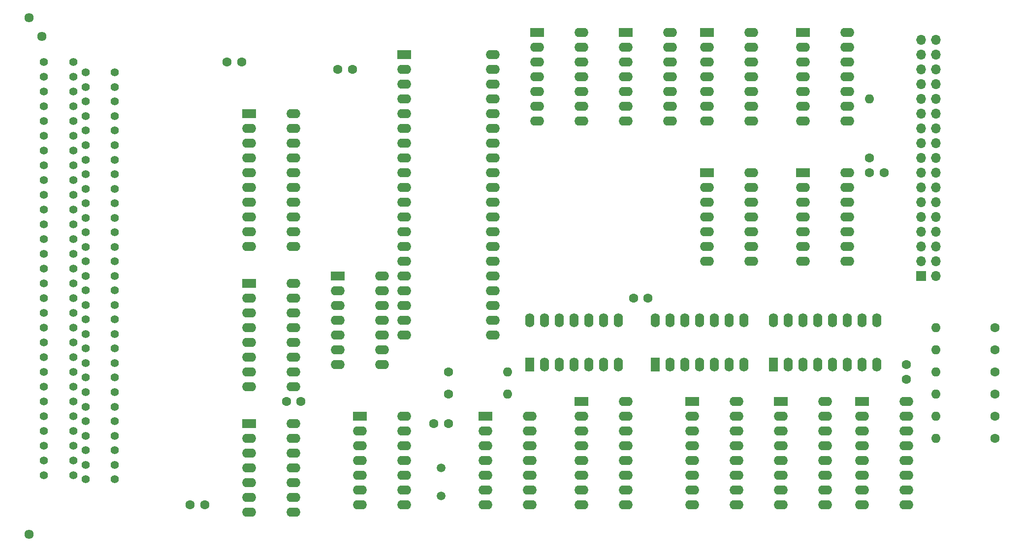
<source format=gbr>
%TF.GenerationSoftware,KiCad,Pcbnew,(5.1.10)-1*%
%TF.CreationDate,2022-01-23T14:02:01+01:00*%
%TF.ProjectId,fdc01,66646330-312e-46b6-9963-61645f706362,rev?*%
%TF.SameCoordinates,Original*%
%TF.FileFunction,Soldermask,Top*%
%TF.FilePolarity,Negative*%
%FSLAX46Y46*%
G04 Gerber Fmt 4.6, Leading zero omitted, Abs format (unit mm)*
G04 Created by KiCad (PCBNEW (5.1.10)-1) date 2022-01-23 14:02:01*
%MOMM*%
%LPD*%
G01*
G04 APERTURE LIST*
%ADD10C,1.400000*%
%ADD11C,1.610000*%
%ADD12O,1.600000X1.600000*%
%ADD13C,1.600000*%
%ADD14O,2.400000X1.600000*%
%ADD15R,2.400000X1.600000*%
%ADD16C,1.500000*%
%ADD17O,1.600000X2.400000*%
%ADD18R,1.600000X2.400000*%
%ADD19O,1.700000X1.700000*%
%ADD20R,1.700000X1.700000*%
G04 APERTURE END LIST*
D10*
%TO.C,X1*%
X43408600Y-74930000D03*
X50600000Y-141680000D03*
X50600000Y-139180000D03*
X50600000Y-136680000D03*
X50600000Y-134180000D03*
X50600000Y-131680000D03*
X50600000Y-129180000D03*
X50600000Y-126680000D03*
X50600000Y-124180000D03*
X50600000Y-121680000D03*
X50600000Y-119180000D03*
X50600000Y-116680000D03*
X50600000Y-114180000D03*
X50600000Y-111680000D03*
X50600000Y-109180000D03*
X50600000Y-106680000D03*
X50600000Y-104180000D03*
X50600000Y-101680000D03*
X50600000Y-99180000D03*
X50600000Y-96680000D03*
X50600000Y-94180000D03*
X50600000Y-91680000D03*
X50600000Y-89180000D03*
X50600000Y-86680000D03*
X50600000Y-84180000D03*
X50600000Y-81680000D03*
X50600000Y-79180000D03*
X50600000Y-76680000D03*
X50600000Y-74180000D03*
X50600000Y-71680000D03*
X55600000Y-141680000D03*
X55600000Y-139180000D03*
X55600000Y-136680000D03*
X55600000Y-134180000D03*
X55600000Y-131680000D03*
X55600000Y-129180000D03*
X55600000Y-126680000D03*
X55600000Y-124180000D03*
X55600000Y-121680000D03*
X55600000Y-119180000D03*
X55600000Y-116680000D03*
X55600000Y-114180000D03*
X55600000Y-111680000D03*
X55600000Y-109180000D03*
X55600000Y-106680000D03*
X55600000Y-104180000D03*
X55600000Y-101680000D03*
X55600000Y-99180000D03*
X55600000Y-96680000D03*
X55600000Y-94180000D03*
X55600000Y-91680000D03*
X55600000Y-89180000D03*
X55600000Y-86680000D03*
X55600000Y-84180000D03*
X55600000Y-81680000D03*
X55600000Y-79180000D03*
X55600000Y-76680000D03*
X55600000Y-74180000D03*
X55600000Y-71680000D03*
D11*
X43100000Y-65430000D03*
D10*
X48488600Y-140970000D03*
X48488600Y-138430000D03*
X48488600Y-135890000D03*
X48488600Y-133350000D03*
X48488600Y-130810000D03*
X48488600Y-128270000D03*
X48488600Y-125730000D03*
X48488600Y-123190000D03*
X48488600Y-120650000D03*
X48488600Y-118110000D03*
X48488600Y-115570000D03*
X48488600Y-113030000D03*
X48488600Y-110490000D03*
X48488600Y-107950000D03*
X48488600Y-105410000D03*
X48488600Y-102870000D03*
X48488600Y-100330000D03*
X48488600Y-97790000D03*
X48488600Y-95250000D03*
X48488600Y-92710000D03*
X48488600Y-90170000D03*
X48488600Y-87630000D03*
X48488600Y-85090000D03*
X48488600Y-82550000D03*
X48488600Y-80010000D03*
X48488600Y-77470000D03*
X48488600Y-74930000D03*
X48488600Y-72390000D03*
X48488600Y-69850000D03*
X43408600Y-140970000D03*
X43408600Y-138430000D03*
X43408600Y-135890000D03*
X43408600Y-133350000D03*
X43408600Y-130810000D03*
X43408600Y-128270000D03*
X43408600Y-125730000D03*
X43408600Y-123190000D03*
X43408600Y-120650000D03*
X43408600Y-118110000D03*
X43408600Y-115570000D03*
X43408600Y-113030000D03*
X43408600Y-110490000D03*
X43408600Y-107950000D03*
X43408600Y-105410000D03*
X43408600Y-102870000D03*
X43408600Y-100330000D03*
X43408600Y-97790000D03*
X43408600Y-95250000D03*
X43408600Y-92710000D03*
X43408600Y-90170000D03*
X43408600Y-87630000D03*
X43408600Y-85090000D03*
X43408600Y-82550000D03*
X43408600Y-80010000D03*
X43408600Y-77470000D03*
X43408600Y-72390000D03*
X43408600Y-69850000D03*
D11*
X40868600Y-151130000D03*
X40868600Y-62230000D03*
%TD*%
D12*
%TO.C,R9*%
X123190000Y-123190000D03*
D13*
X113030000Y-123190000D03*
%TD*%
D14*
%TO.C,U5*%
X101600000Y-106680000D03*
X93980000Y-121920000D03*
X101600000Y-109220000D03*
X93980000Y-119380000D03*
X101600000Y-111760000D03*
X93980000Y-116840000D03*
X101600000Y-114300000D03*
X93980000Y-114300000D03*
X101600000Y-116840000D03*
X93980000Y-111760000D03*
X101600000Y-119380000D03*
X93980000Y-109220000D03*
X101600000Y-121920000D03*
D15*
X93980000Y-106680000D03*
%TD*%
D14*
%TO.C,U3*%
X86360000Y-78740000D03*
X78740000Y-101600000D03*
X86360000Y-81280000D03*
X78740000Y-99060000D03*
X86360000Y-83820000D03*
X78740000Y-96520000D03*
X86360000Y-86360000D03*
X78740000Y-93980000D03*
X86360000Y-88900000D03*
X78740000Y-91440000D03*
X86360000Y-91440000D03*
X78740000Y-88900000D03*
X86360000Y-93980000D03*
X78740000Y-86360000D03*
X86360000Y-96520000D03*
X78740000Y-83820000D03*
X86360000Y-99060000D03*
X78740000Y-81280000D03*
X86360000Y-101600000D03*
D15*
X78740000Y-78740000D03*
%TD*%
D14*
%TO.C,U12*%
X120650000Y-68580000D03*
X105410000Y-116840000D03*
X120650000Y-71120000D03*
X105410000Y-114300000D03*
X120650000Y-73660000D03*
X105410000Y-111760000D03*
X120650000Y-76200000D03*
X105410000Y-109220000D03*
X120650000Y-78740000D03*
X105410000Y-106680000D03*
X120650000Y-81280000D03*
X105410000Y-104140000D03*
X120650000Y-83820000D03*
X105410000Y-101600000D03*
X120650000Y-86360000D03*
X105410000Y-99060000D03*
X120650000Y-88900000D03*
X105410000Y-96520000D03*
X120650000Y-91440000D03*
X105410000Y-93980000D03*
X120650000Y-93980000D03*
X105410000Y-91440000D03*
X120650000Y-96520000D03*
X105410000Y-88900000D03*
X120650000Y-99060000D03*
X105410000Y-86360000D03*
X120650000Y-101600000D03*
X105410000Y-83820000D03*
X120650000Y-104140000D03*
X105410000Y-81280000D03*
X120650000Y-106680000D03*
X105410000Y-78740000D03*
X120650000Y-109220000D03*
X105410000Y-76200000D03*
X120650000Y-111760000D03*
X105410000Y-73660000D03*
X120650000Y-114300000D03*
X105410000Y-71120000D03*
X120650000Y-116840000D03*
D15*
X105410000Y-68580000D03*
%TD*%
D13*
%TO.C,C8*%
X112990000Y-132080000D03*
X110490000Y-132080000D03*
%TD*%
%TO.C,C7*%
X85130000Y-128270000D03*
X87630000Y-128270000D03*
%TD*%
%TO.C,C6*%
X96480000Y-71120000D03*
X93980000Y-71120000D03*
%TD*%
%TO.C,C5*%
X71080000Y-146050000D03*
X68580000Y-146050000D03*
%TD*%
%TO.C,C4*%
X191770000Y-121960000D03*
X191770000Y-124460000D03*
%TD*%
%TO.C,C3*%
X77430000Y-69850000D03*
X74930000Y-69850000D03*
%TD*%
%TO.C,C2*%
X187920000Y-88900000D03*
X185420000Y-88900000D03*
%TD*%
%TO.C,C1*%
X144820000Y-110490000D03*
X147320000Y-110490000D03*
%TD*%
D14*
%TO.C,U25*%
X181610000Y-88900000D03*
X173990000Y-104140000D03*
X181610000Y-91440000D03*
X173990000Y-101600000D03*
X181610000Y-93980000D03*
X173990000Y-99060000D03*
X181610000Y-96520000D03*
X173990000Y-96520000D03*
X181610000Y-99060000D03*
X173990000Y-93980000D03*
X181610000Y-101600000D03*
X173990000Y-91440000D03*
X181610000Y-104140000D03*
D15*
X173990000Y-88900000D03*
%TD*%
D16*
%TO.C,Y1*%
X111760000Y-144580000D03*
X111760000Y-139700000D03*
%TD*%
D14*
%TO.C,U14*%
X105410000Y-130810000D03*
X97790000Y-146050000D03*
X105410000Y-133350000D03*
X97790000Y-143510000D03*
X105410000Y-135890000D03*
X97790000Y-140970000D03*
X105410000Y-138430000D03*
X97790000Y-138430000D03*
X105410000Y-140970000D03*
X97790000Y-135890000D03*
X105410000Y-143510000D03*
X97790000Y-133350000D03*
X105410000Y-146050000D03*
D15*
X97790000Y-130810000D03*
%TD*%
D12*
%TO.C,R8*%
X123190000Y-127000000D03*
D13*
X113030000Y-127000000D03*
%TD*%
D14*
%TO.C,U28*%
X127000000Y-130810000D03*
X119380000Y-146050000D03*
X127000000Y-133350000D03*
X119380000Y-143510000D03*
X127000000Y-135890000D03*
X119380000Y-140970000D03*
X127000000Y-138430000D03*
X119380000Y-138430000D03*
X127000000Y-140970000D03*
X119380000Y-135890000D03*
X127000000Y-143510000D03*
X119380000Y-133350000D03*
X127000000Y-146050000D03*
D15*
X119380000Y-130810000D03*
%TD*%
D14*
%TO.C,U27*%
X165100000Y-64770000D03*
X157480000Y-80010000D03*
X165100000Y-67310000D03*
X157480000Y-77470000D03*
X165100000Y-69850000D03*
X157480000Y-74930000D03*
X165100000Y-72390000D03*
X157480000Y-72390000D03*
X165100000Y-74930000D03*
X157480000Y-69850000D03*
X165100000Y-77470000D03*
X157480000Y-67310000D03*
X165100000Y-80010000D03*
D15*
X157480000Y-64770000D03*
%TD*%
D14*
%TO.C,U26*%
X181610000Y-64770000D03*
X173990000Y-80010000D03*
X181610000Y-67310000D03*
X173990000Y-77470000D03*
X181610000Y-69850000D03*
X173990000Y-74930000D03*
X181610000Y-72390000D03*
X173990000Y-72390000D03*
X181610000Y-74930000D03*
X173990000Y-69850000D03*
X181610000Y-77470000D03*
X173990000Y-67310000D03*
X181610000Y-80010000D03*
D15*
X173990000Y-64770000D03*
%TD*%
D14*
%TO.C,U24*%
X151130000Y-64770000D03*
X143510000Y-80010000D03*
X151130000Y-67310000D03*
X143510000Y-77470000D03*
X151130000Y-69850000D03*
X143510000Y-74930000D03*
X151130000Y-72390000D03*
X143510000Y-72390000D03*
X151130000Y-74930000D03*
X143510000Y-69850000D03*
X151130000Y-77470000D03*
X143510000Y-67310000D03*
X151130000Y-80010000D03*
D15*
X143510000Y-64770000D03*
%TD*%
D14*
%TO.C,U23*%
X165100000Y-88900000D03*
X157480000Y-104140000D03*
X165100000Y-91440000D03*
X157480000Y-101600000D03*
X165100000Y-93980000D03*
X157480000Y-99060000D03*
X165100000Y-96520000D03*
X157480000Y-96520000D03*
X165100000Y-99060000D03*
X157480000Y-93980000D03*
X165100000Y-101600000D03*
X157480000Y-91440000D03*
X165100000Y-104140000D03*
D15*
X157480000Y-88900000D03*
%TD*%
D17*
%TO.C,U22*%
X148590000Y-114300000D03*
X163830000Y-121920000D03*
X151130000Y-114300000D03*
X161290000Y-121920000D03*
X153670000Y-114300000D03*
X158750000Y-121920000D03*
X156210000Y-114300000D03*
X156210000Y-121920000D03*
X158750000Y-114300000D03*
X153670000Y-121920000D03*
X161290000Y-114300000D03*
X151130000Y-121920000D03*
X163830000Y-114300000D03*
D18*
X148590000Y-121920000D03*
%TD*%
D14*
%TO.C,U21*%
X191770000Y-128270000D03*
X184150000Y-146050000D03*
X191770000Y-130810000D03*
X184150000Y-143510000D03*
X191770000Y-133350000D03*
X184150000Y-140970000D03*
X191770000Y-135890000D03*
X184150000Y-138430000D03*
X191770000Y-138430000D03*
X184150000Y-135890000D03*
X191770000Y-140970000D03*
X184150000Y-133350000D03*
X191770000Y-143510000D03*
X184150000Y-130810000D03*
X191770000Y-146050000D03*
D15*
X184150000Y-128270000D03*
%TD*%
D14*
%TO.C,U19*%
X143510000Y-128270000D03*
X135890000Y-146050000D03*
X143510000Y-130810000D03*
X135890000Y-143510000D03*
X143510000Y-133350000D03*
X135890000Y-140970000D03*
X143510000Y-135890000D03*
X135890000Y-138430000D03*
X143510000Y-138430000D03*
X135890000Y-135890000D03*
X143510000Y-140970000D03*
X135890000Y-133350000D03*
X143510000Y-143510000D03*
X135890000Y-130810000D03*
X143510000Y-146050000D03*
D15*
X135890000Y-128270000D03*
%TD*%
D14*
%TO.C,U18*%
X135890000Y-64770000D03*
X128270000Y-80010000D03*
X135890000Y-67310000D03*
X128270000Y-77470000D03*
X135890000Y-69850000D03*
X128270000Y-74930000D03*
X135890000Y-72390000D03*
X128270000Y-72390000D03*
X135890000Y-74930000D03*
X128270000Y-69850000D03*
X135890000Y-77470000D03*
X128270000Y-67310000D03*
X135890000Y-80010000D03*
D15*
X128270000Y-64770000D03*
%TD*%
D14*
%TO.C,U17*%
X177800000Y-128270000D03*
X170180000Y-146050000D03*
X177800000Y-130810000D03*
X170180000Y-143510000D03*
X177800000Y-133350000D03*
X170180000Y-140970000D03*
X177800000Y-135890000D03*
X170180000Y-138430000D03*
X177800000Y-138430000D03*
X170180000Y-135890000D03*
X177800000Y-140970000D03*
X170180000Y-133350000D03*
X177800000Y-143510000D03*
X170180000Y-130810000D03*
X177800000Y-146050000D03*
D15*
X170180000Y-128270000D03*
%TD*%
D14*
%TO.C,U16*%
X162560000Y-128270000D03*
X154940000Y-146050000D03*
X162560000Y-130810000D03*
X154940000Y-143510000D03*
X162560000Y-133350000D03*
X154940000Y-140970000D03*
X162560000Y-135890000D03*
X154940000Y-138430000D03*
X162560000Y-138430000D03*
X154940000Y-135890000D03*
X162560000Y-140970000D03*
X154940000Y-133350000D03*
X162560000Y-143510000D03*
X154940000Y-130810000D03*
X162560000Y-146050000D03*
D15*
X154940000Y-128270000D03*
%TD*%
D17*
%TO.C,U15*%
X127000000Y-114300000D03*
X142240000Y-121920000D03*
X129540000Y-114300000D03*
X139700000Y-121920000D03*
X132080000Y-114300000D03*
X137160000Y-121920000D03*
X134620000Y-114300000D03*
X134620000Y-121920000D03*
X137160000Y-114300000D03*
X132080000Y-121920000D03*
X139700000Y-114300000D03*
X129540000Y-121920000D03*
X142240000Y-114300000D03*
D18*
X127000000Y-121920000D03*
%TD*%
D14*
%TO.C,U9*%
X86360000Y-107950000D03*
X78740000Y-125730000D03*
X86360000Y-110490000D03*
X78740000Y-123190000D03*
X86360000Y-113030000D03*
X78740000Y-120650000D03*
X86360000Y-115570000D03*
X78740000Y-118110000D03*
X86360000Y-118110000D03*
X78740000Y-115570000D03*
X86360000Y-120650000D03*
X78740000Y-113030000D03*
X86360000Y-123190000D03*
X78740000Y-110490000D03*
X86360000Y-125730000D03*
D15*
X78740000Y-107950000D03*
%TD*%
D14*
%TO.C,U6*%
X86360000Y-132080000D03*
X78740000Y-147320000D03*
X86360000Y-134620000D03*
X78740000Y-144780000D03*
X86360000Y-137160000D03*
X78740000Y-142240000D03*
X86360000Y-139700000D03*
X78740000Y-139700000D03*
X86360000Y-142240000D03*
X78740000Y-137160000D03*
X86360000Y-144780000D03*
X78740000Y-134620000D03*
X86360000Y-147320000D03*
D15*
X78740000Y-132080000D03*
%TD*%
D17*
%TO.C,U1*%
X168910000Y-114300000D03*
X186690000Y-121920000D03*
X171450000Y-114300000D03*
X184150000Y-121920000D03*
X173990000Y-114300000D03*
X181610000Y-121920000D03*
X176530000Y-114300000D03*
X179070000Y-121920000D03*
X179070000Y-114300000D03*
X176530000Y-121920000D03*
X181610000Y-114300000D03*
X173990000Y-121920000D03*
X184150000Y-114300000D03*
X171450000Y-121920000D03*
X186690000Y-114300000D03*
D18*
X168910000Y-121920000D03*
%TD*%
D12*
%TO.C,R7*%
X185420000Y-76200000D03*
D13*
X185420000Y-86360000D03*
%TD*%
D12*
%TO.C,R6*%
X196850000Y-115570000D03*
D13*
X207010000Y-115570000D03*
%TD*%
D12*
%TO.C,R5*%
X196850000Y-119380000D03*
D13*
X207010000Y-119380000D03*
%TD*%
D12*
%TO.C,R4*%
X196850000Y-134620000D03*
D13*
X207010000Y-134620000D03*
%TD*%
D12*
%TO.C,R3*%
X196850000Y-130810000D03*
D13*
X207010000Y-130810000D03*
%TD*%
D12*
%TO.C,R2*%
X196850000Y-123190000D03*
D13*
X207010000Y-123190000D03*
%TD*%
D12*
%TO.C,R1*%
X196850000Y-127000000D03*
D13*
X207010000Y-127000000D03*
%TD*%
D19*
%TO.C,J1*%
X196850000Y-66040000D03*
X194310000Y-66040000D03*
X196850000Y-68580000D03*
X194310000Y-68580000D03*
X196850000Y-71120000D03*
X194310000Y-71120000D03*
X196850000Y-73660000D03*
X194310000Y-73660000D03*
X196850000Y-76200000D03*
X194310000Y-76200000D03*
X196850000Y-78740000D03*
X194310000Y-78740000D03*
X196850000Y-81280000D03*
X194310000Y-81280000D03*
X196850000Y-83820000D03*
X194310000Y-83820000D03*
X196850000Y-86360000D03*
X194310000Y-86360000D03*
X196850000Y-88900000D03*
X194310000Y-88900000D03*
X196850000Y-91440000D03*
X194310000Y-91440000D03*
X196850000Y-93980000D03*
X194310000Y-93980000D03*
X196850000Y-96520000D03*
X194310000Y-96520000D03*
X196850000Y-99060000D03*
X194310000Y-99060000D03*
X196850000Y-101600000D03*
X194310000Y-101600000D03*
X196850000Y-104140000D03*
X194310000Y-104140000D03*
X196850000Y-106680000D03*
D20*
X194310000Y-106680000D03*
%TD*%
M02*

</source>
